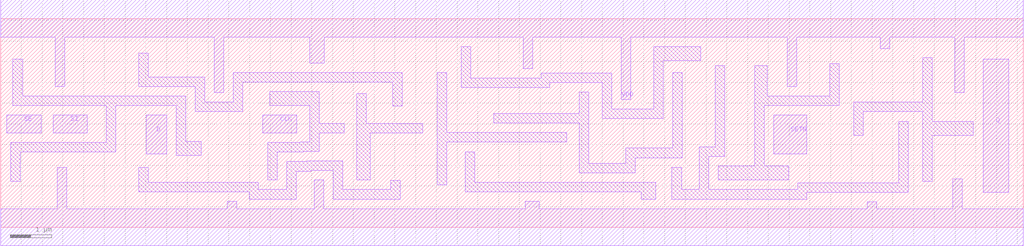
<source format=lef>
# Copyright 2022 GlobalFoundries PDK Authors
#
# Licensed under the Apache License, Version 2.0 (the "License");
# you may not use this file except in compliance with the License.
# You may obtain a copy of the License at
#
#      http://www.apache.org/licenses/LICENSE-2.0
#
# Unless required by applicable law or agreed to in writing, software
# distributed under the License is distributed on an "AS IS" BASIS,
# WITHOUT WARRANTIES OR CONDITIONS OF ANY KIND, either express or implied.
# See the License for the specific language governing permissions and
# limitations under the License.

MACRO gf180mcu_fd_sc_mcu9t5v0__sdffsnq_1
  CLASS core ;
  FOREIGN gf180mcu_fd_sc_mcu9t5v0__sdffsnq_1 0.0 0.0 ;
  ORIGIN 0 0 ;
  SYMMETRY X Y ;
  SITE GF018hv5v_green_sc9 ;
  SIZE 24.64 BY 5.04 ;
  PIN D
    DIRECTION INPUT ;
    ANTENNAGATEAREA 0.854 ;
    PORT
      LAYER Metal1 ;
        POLYGON 3.51 1.77 3.995 1.77 3.995 2.71 3.51 2.71  ;
    END
  END D
  PIN SE
    DIRECTION INPUT ;
    ANTENNAGATEAREA 1.708 ;
    PORT
      LAYER Metal1 ;
        POLYGON 0.15 2.275 0.97 2.275 0.97 2.71 0.15 2.71  ;
    END
  END SE
  PIN SETN
    DIRECTION INPUT ;
    ANTENNAGATEAREA 1.708 ;
    PORT
      LAYER Metal1 ;
        POLYGON 18.63 1.77 19.425 1.77 19.425 2.71 18.63 2.71  ;
    END
  END SETN
  PIN SI
    DIRECTION INPUT ;
    ANTENNAGATEAREA 0.854 ;
    PORT
      LAYER Metal1 ;
        POLYGON 1.27 2.275 2.09 2.275 2.09 2.71 1.27 2.71  ;
    END
  END SI
  PIN CLK
    DIRECTION INPUT ;
    USE clock ;
    ANTENNAGATEAREA 1.164 ;
    PORT
      LAYER Metal1 ;
        POLYGON 6.31 2.275 7.13 2.275 7.13 2.71 6.31 2.71  ;
    END
  END CLK
  PIN Q
    DIRECTION OUTPUT ;
    ANTENNADIFFAREA 1.386 ;
    PORT
      LAYER Metal1 ;
        POLYGON 23.67 0.845 24.285 0.845 24.285 4.06 23.67 4.06  ;
    END
  END Q
  PIN VDD
    DIRECTION INOUT ;
    USE power ;
    SHAPE ABUTMENT ;
    PORT
      LAYER Metal1 ;
        POLYGON 0 4.59 1.315 4.59 1.315 3.4 1.545 3.4 1.545 4.59 5.145 4.59 5.145 3.25 5.375 3.25 5.375 4.59 7.45 4.59 7.45 3.97 7.79 3.97 7.79 4.59 9.675 4.59 10.17 4.59 12.595 4.59 12.595 3.835 12.825 3.835 12.825 4.59 14.955 4.59 14.955 3.09 15.185 3.09 15.185 4.59 16.865 4.59 18.955 4.59 18.955 3.4 19.185 3.4 19.185 4.59 20.205 4.59 21.195 4.59 21.195 4.31 21.425 4.31 21.425 4.59 22.985 4.59 22.985 3.25 23.215 3.25 23.215 4.59 23.44 4.59 24.64 4.59 24.64 5.49 23.44 5.49 20.205 5.49 16.865 5.49 10.17 5.49 9.675 5.49 0 5.49  ;
    END
  END VDD
  PIN VSS
    DIRECTION INOUT ;
    USE ground ;
    SHAPE ABUTMENT ;
    PORT
      LAYER Metal1 ;
        POLYGON 0 -0.45 24.64 -0.45 24.64 0.45 23.165 0.45 23.165 1.165 22.935 1.165 22.935 0.45 21.105 0.45 21.105 0.61 20.875 0.61 20.875 0.45 12.98 0.45 12.98 0.625 12.64 0.625 12.64 0.45 7.785 0.45 7.785 1.14 7.555 1.14 7.555 0.45 5.685 0.45 5.685 0.63 5.455 0.63 5.455 0.45 1.595 0.45 1.595 1.45 1.365 1.45 1.365 0.45 0 0.45  ;
    END
  END VSS
  OBS
      LAYER Metal1 ;
        POLYGON 0.295 2.94 2.545 2.94 2.545 2.045 0.245 2.045 0.245 1.11 0.475 1.11 0.475 1.815 2.775 1.815 2.775 2.94 4.225 2.94 4.225 1.73 4.835 1.73 4.835 2.07 4.455 2.07 4.455 3.17 0.525 3.17 0.525 4.06 0.295 4.06  ;
        POLYGON 6.485 2.94 7.445 2.94 7.445 2.06 7.215 2.06 7.215 2.045 6.435 2.045 6.435 1.14 6.665 1.14 6.665 1.815 7.3 1.815 7.3 1.83 7.675 1.83 7.675 2.275 8.28 2.275 8.28 2.505 7.675 2.505 7.675 3.28 6.485 3.28  ;
        POLYGON 3.325 0.86 5.985 0.86 5.985 0.68 7.125 0.68 7.125 1.355 7.47 1.355 7.47 1.37 8.015 1.37 8.015 0.68 9.625 0.68 9.625 1.135 9.395 1.135 9.395 0.91 8.245 0.91 8.245 1.6 7.385 1.6 7.385 1.585 6.895 1.585 6.895 0.91 6.21 0.91 6.21 1.09 3.555 1.09 3.555 1.45 3.325 1.45  ;
        POLYGON 3.325 3.4 4.685 3.4 4.685 2.79 5.835 2.79 5.835 3.51 9.445 3.51 9.445 2.93 9.675 2.93 9.675 3.74 5.605 3.74 5.605 3.02 4.915 3.02 4.915 3.63 3.555 3.63 3.555 4.21 3.325 4.21  ;
        POLYGON 8.575 1.14 8.905 1.14 8.905 2.275 10.17 2.275 10.17 2.505 8.805 2.505 8.805 3.235 8.575 3.235  ;
        POLYGON 10.515 1.025 10.745 1.025 10.745 2.055 13.64 2.055 13.64 2.285 10.745 2.285 10.745 3.73 10.515 3.73  ;
        POLYGON 11.195 0.855 15.44 0.855 15.44 0.68 15.78 0.68 15.78 1.085 11.425 1.085 11.425 1.825 11.195 1.825  ;
        POLYGON 11.88 2.515 13.935 2.515 13.935 1.315 15.285 1.315 15.285 1.68 16.425 1.68 16.425 3.73 16.195 3.73 16.195 1.91 15.055 1.91 15.055 1.545 14.165 1.545 14.165 3.26 13.935 3.26 13.935 2.745 11.88 2.745  ;
        POLYGON 11.095 3.375 13.225 3.375 13.225 3.49 14.495 3.49 14.495 2.63 15.965 2.63 15.965 4.02 16.865 4.02 16.865 4.36 15.735 4.36 15.735 2.86 14.725 2.86 14.725 3.72 13.025 3.72 13.025 3.605 11.325 3.605 11.325 4.36 11.095 4.36  ;
        POLYGON 18.4 2.94 20.205 2.94 20.205 3.95 19.975 3.95 19.975 3.17 18.465 3.17 18.465 3.9 18.17 3.9 18.17 1.48 17.295 1.48 17.295 1.14 18.985 1.14 18.985 1.48 18.4 1.48  ;
        POLYGON 16.175 0.68 19.425 0.68 19.425 0.84 21.865 0.84 21.865 2.56 21.635 2.56 21.635 1.07 19.205 1.07 19.205 0.91 17.065 0.91 17.065 1.71 17.445 1.71 17.445 3.9 17.215 3.9 17.215 1.94 16.835 1.94 16.835 0.91 16.405 0.91 16.405 1.45 16.175 1.45  ;
        POLYGON 20.555 2.22 20.785 2.22 20.785 2.79 22.215 2.79 22.215 1.11 22.445 1.11 22.445 2.22 23.44 2.22 23.44 2.56 22.445 2.56 22.445 4.1 22.215 4.1 22.215 3.02 20.555 3.02  ;
  END
END gf180mcu_fd_sc_mcu9t5v0__sdffsnq_1

</source>
